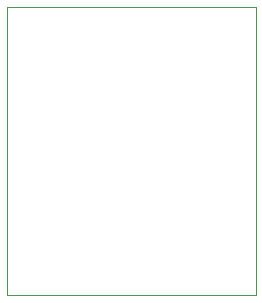
<source format=gm1>
G04 #@! TF.GenerationSoftware,KiCad,Pcbnew,(6.0.9)*
G04 #@! TF.CreationDate,2022-12-03T14:04:53+01:00*
G04 #@! TF.ProjectId,rf_phase_shifter_2_45GHz,72665f70-6861-4736-955f-736869667465,1.0.0*
G04 #@! TF.SameCoordinates,Original*
G04 #@! TF.FileFunction,Profile,NP*
%FSLAX46Y46*%
G04 Gerber Fmt 4.6, Leading zero omitted, Abs format (unit mm)*
G04 Created by KiCad (PCBNEW (6.0.9)) date 2022-12-03 14:04:53*
%MOMM*%
%LPD*%
G01*
G04 APERTURE LIST*
G04 #@! TA.AperFunction,Profile*
%ADD10C,0.050000*%
G04 #@! TD*
G04 APERTURE END LIST*
D10*
X73914000Y-69342000D02*
X94996000Y-69342000D01*
X73914000Y-44958000D02*
X73914000Y-69342000D01*
X94996000Y-44958000D02*
X73914000Y-44958000D01*
X94996000Y-69342000D02*
X94996000Y-44958000D01*
M02*

</source>
